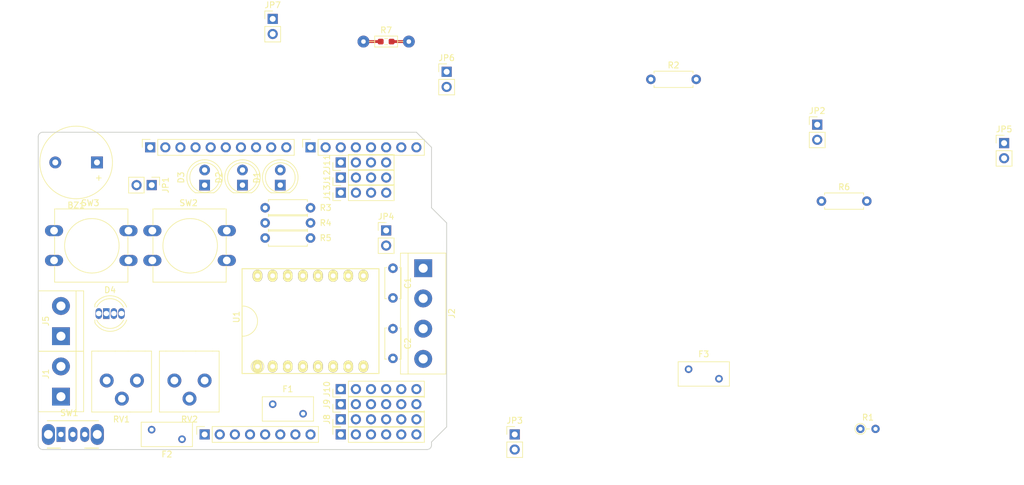
<source format=kicad_pcb>
(kicad_pcb (version 20211014) (generator pcbnew)
  (title_block (date "mar. 31 mars 2015"))
  (layers (0 "F.Cu" signal) (31 "B.Cu" signal) (34 "B.Paste" user) (35 "F.Paste" user) (36 "B.SilkS" user "B.Silkscreen") (37 "F.SilkS" user "F.Silkscreen") (38 "B.Mask" user) (39 "F.Mask" user) (44 "Edge.Cuts" user))
  (net 0 "")
  (net 1 "GND")
  (net 2 "Net-(BZ1-Pad1)")
  (net 3 "+5V")
  (net 4 "/IOREF")
  (net 5 "/A0")
  (net 6 "/A1")
  (net 7 "/A2")
  (net 8 "/A3")
  (net 9 "/SDA{slash}A4")
  (net 10 "/SCL{slash}A5")
  (net 11 "/13")
  (net 12 "/12")
  (net 13 "/AREF")
  (net 14 "/8")
  (net 15 "/7")
  (net 16 "/*11")
  (net 17 "/*10")
  (net 18 "/*9")
  (net 19 "/4")
  (net 20 "/2")
  (net 21 "/*6")
  (net 22 "/*5")
  (net 23 "/TX{slash}1")
  (net 24 "/*3")
  (net 25 "/RX{slash}0")
  (net 26 "Net-(C1-Pad1)")
  (net 27 "Net-(C1-Pad2)")
  (net 28 "/~{RESET}")
  (net 29 "Net-(C2-Pad1)")
  (net 30 "Net-(C2-Pad2)")
  (net 31 "Net-(D1-Pad1)")
  (net 32 "Net-(D2-Pad1)")
  (net 33 "Net-(D3-Pad1)")
  (net 34 "/3")
  (net 35 "Net-(F1-Pad1)")
  (net 36 "Net-(F2-Pad1)")
  (net 37 "/+BAT")
  (net 38 "Net-(F3-Pad1)")
  (net 39 "+3.3V")
  (net 40 "/STUP_IN")
  (net 42 "/Vin")
  (net 43 "Net-(JP2-Pad1)")
  (net 44 "Net-(JP3-Pad1)")
  (net 45 "Net-(D4-Pad4)")
  (net 46 "Net-(JP5-Pad1)")
  (net 47 "Net-(JP6-Pad1)")
  (net 48 "Net-(JP7-Pad1)")
  (footprint "Connector_PinSocket_2.54mm:PinSocket_1x08_P2.54mm_Vertical" (layer "F.Cu") (at 127.94 97.46 90)
    (fp_text reference "J4" hide)
    (fp_text value "Power")
    (fp_line (start -1.33 19.11) (end 1.33 19.11) (layer "F.SilkS") (width 0.12))
    (fp_line (start 1.33 1.27) (end 1.33 19.11) (layer "F.SilkS") (width 0.12))
    (fp_line (start -1.33 1.27) (end 1.33 1.27) (layer "F.SilkS") (width 0.12))
    (fp_line (start 0 -1.33) (end 1.33 -1.33) (layer "F.SilkS") (width 0.12))
    (fp_line (start 1.33 -1.33) (end 1.33 0) (layer "F.SilkS") (width 0.12))
    (fp_line (start -1.33 1.27) (end -1.33 19.11) (layer "F.SilkS") (width 0.12))
    (pad "1" thru_hole rect locked (at 0 0 90) (size 1.7 1.7) (drill 1) (layers *.Cu *.Mask))
    (pad "2" thru_hole oval locked (at 0 2.54 90) (size 1.7 1.7) (drill 1) (layers *.Cu *.Mask) (net 4 "/IOREF"))
    (pad "3" thru_hole oval locked (at 0 5.08 90) (size 1.7 1.7) (drill 1) (layers *.Cu *.Mask) (net 28 "/~{RESET}"))
    (pad "4" thru_hole oval locked (at 0 7.62 90) (size 1.7 1.7) (drill 1) (layers *.Cu *.Mask) (net 38 "Net-(F3-Pad1)"))
    (pad "5" thru_hole oval locked (at 0 10.16 90) (size 1.7 1.7) (drill 1) (layers *.Cu *.Mask) (net 35 "Net-(F1-Pad1)"))
    (pad "6" thru_hole oval locked (at 0 12.7 90) (size 1.7 1.7) (drill 1) (layers *.Cu *.Mask) (net 1 "GND"))
    (pad "7" thru_hole oval locked (at 0 15.24 90) (size 1.7 1.7) (drill 1) (layers *.Cu *.Mask) (net 1 "GND"))
    (pad "8" thru_hole oval locked (at 0 17.78 90) (size 1.7 1.7) (drill 1) (layers *.Cu *.Mask) (net 42 "/Vin"))
  )
  (footprint "Connector_PinSocket_2.54mm:PinSocket_1x06_P2.54mm_Vertical" (layer "F.Cu") (at 150.8 97.46 90)
    (fp_text reference "J6" hide)
    (fp_text value "Analog")
    (fp_line (start 1.33 1.27) (end 1.33 14.03) (layer "F.SilkS") (width 0.12))
    (fp_line (start 0 -1.33) (end 1.33 -1.33) (layer "F.SilkS") (width 0.12))
    (fp_line (start -1.33 1.27) (end 1.33 1.27) (layer "F.SilkS") (width 0.12))
    (fp_line (start -1.33 1.27) (end -1.33 14.03) (layer "F.SilkS") (width 0.12))
    (fp_line (start -1.33 14.03) (end 1.33 14.03) (layer "F.SilkS") (width 0.12))
    (fp_line (start 1.33 -1.33) (end 1.33 0) (layer "F.SilkS") (width 0.12))
    (pad "1" thru_hole rect locked (at 0 0 90) (size 1.7 1.7) (drill 1) (layers *.Cu *.Mask) (net 5 "/A0"))
    (pad "2" thru_hole oval locked (at 0 2.54 90) (size 1.7 1.7) (drill 1) (layers *.Cu *.Mask) (net 6 "/A1"))
    (pad "3" thru_hole oval locked (at 0 5.08 90) (size 1.7 1.7) (drill 1) (layers *.Cu *.Mask) (net 7 "/A2"))
    (pad "4" thru_hole oval locked (at 0 7.62 90) (size 1.7 1.7) (drill 1) (layers *.Cu *.Mask) (net 8 "/A3"))
    (pad "5" thru_hole oval locked (at 0 10.16 90) (size 1.7 1.7) (drill 1) (layers *.Cu *.Mask) (net 9 "/SDA{slash}A4"))
    (pad "6" thru_hole oval locked (at 0 12.7 90) (size 1.7 1.7) (drill 1) (layers *.Cu *.Mask) (net 10 "/SCL{slash}A5"))
  )
  (footprint "Connector_PinSocket_2.54mm:PinSocket_1x10_P2.54mm_Vertical" (layer "F.Cu") (at 118.796 49.2 90)
    (fp_text reference "J3" hide)
    (fp_text value "Digital/PWM")
    (fp_line (start -1.33 24.19) (end 1.33 24.19) (layer "F.SilkS") (width 0.12))
    (fp_line (start -1.33 1.27) (end -1.33 24.19) (layer "F.SilkS") (width 0.12))
    (fp_line (start 1.33 -1.33) (end 1.33 0) (layer "F.SilkS") (width 0.12))
    (fp_line (start 0 -1.33) (end 1.33 -1.33) (layer "F.SilkS") (width 0.12))
    (fp_line (start 1.33 1.27) (end 1.33 24.19) (layer "F.SilkS") (width 0.12))
    (fp_line (start -1.33 1.27) (end 1.33 1.27) (layer "F.SilkS") (width 0.12))
    (pad "1" thru_hole rect locked (at 0 0 90) (size 1.7 1.7) (drill 1) (layers *.Cu *.Mask) (net 10 "/SCL{slash}A5"))
    (pad "2" thru_hole oval locked (at 0 2.54 90) (size 1.7 1.7) (drill 1) (layers *.Cu *.Mask) (net 9 "/SDA{slash}A4"))
    (pad "3" thru_hole oval locked (at 0 5.08 90) (size 1.7 1.7) (drill 1) (layers *.Cu *.Mask) (net 13 "/AREF"))
    (pad "4" thru_hole oval locked (at 0 7.62 90) (size 1.7 1.7) (drill 1) (layers *.Cu *.Mask) (net 1 "GND"))
    (pad "5" thru_hole oval locked (at 0 10.16 90) (size 1.7 1.7) (drill 1) (layers *.Cu *.Mask) (net 11 "/13"))
    (pad "6" thru_hole oval locked (at 0 12.7 90) (size 1.7 1.7) (drill 1) (layers *.Cu *.Mask) (net 12 "/12"))
    (pad "7" thru_hole oval locked (at 0 15.24 90) (size 1.7 1.7) (drill 1) (layers *.Cu *.Mask) (net 16 "/*11"))
    (pad "8" thru_hole oval locked (at 0 17.78 90) (size 1.7 1.7) (drill 1) (layers *.Cu *.Mask) (net 17 "/*10"))
    (pad "9" thru_hole oval locked (at 0 20.32 90) (size 1.7 1.7) (drill 1) (layers *.Cu *.Mask) (net 18 "/*9"))
    (pad "10" thru_hole oval locked (at 0 22.86 90) (size 1.7 1.7) (drill 1) (layers *.Cu *.Mask) (net 14 "/8"))
  )
  (footprint "Connector_PinSocket_2.54mm:PinSocket_1x08_P2.54mm_Vertical" (layer "F.Cu") (at 145.72 49.2 90)
    (fp_text reference "J7" hide)
    (fp_text value "Digital/PWM")
    (fp_line (start -1.33 19.11) (end 1.33 19.11) (layer "F.SilkS") (width 0.12))
    (fp_line (start -1.33 1.27) (end -1.33 19.11) (layer "F.SilkS") (width 0.12))
    (fp_line (start 0 -1.33) (end 1.33 -1.33) (layer "F.SilkS") (width 0.12))
    (fp_line (start -1.33 1.27) (end 1.33 1.27) (layer "F.SilkS") (width 0.12))
    (fp_line (start 1.33 -1.33) (end 1.33 0) (layer "F.SilkS") (width 0.12))
    (fp_line (start 1.33 1.27) (end 1.33 19.11) (layer "F.SilkS") (width 0.12))
    (pad "1" thru_hole rect locked (at 0 0 90) (size 1.7 1.7) (drill 1) (layers *.Cu *.Mask) (net 15 "/7"))
    (pad "2" thru_hole oval locked (at 0 2.54 90) (size 1.7 1.7) (drill 1) (layers *.Cu *.Mask) (net 21 "/*6"))
    (pad "3" thru_hole oval locked (at 0 5.08 90) (size 1.7 1.7) (drill 1) (layers *.Cu *.Mask) (net 22 "/*5"))
    (pad "4" thru_hole oval locked (at 0 7.62 90) (size 1.7 1.7) (drill 1) (layers *.Cu *.Mask) (net 19 "/4"))
    (pad "5" thru_hole oval locked (at 0 10.16 90) (size 1.7 1.7) (drill 1) (layers *.Cu *.Mask) (net 24 "/*3"))
    (pad "6" thru_hole oval locked (at 0 12.7 90) (size 1.7 1.7) (drill 1) (layers *.Cu *.Mask) (net 20 "/2"))
    (pad "7" thru_hole oval locked (at 0 15.24 90) (size 1.7 1.7) (drill 1) (layers *.Cu *.Mask) (net 23 "/TX{slash}1"))
    (pad "8" thru_hole oval locked (at 0 17.78 90) (size 1.7 1.7) (drill 1) (layers *.Cu *.Mask) (net 25 "/RX{slash}0"))
  )
  (footprint "Resistor_THT:R_Axial_DIN0207_L6.3mm_D2.5mm_P7.62mm_Horizontal" (layer "F.Cu") (at 202.87 37.77)
    (fp_text reference "R2" (at 3.81 -2.37) (layer "F.SilkS"))
    (fp_text value "R")
    (fp_line (start 0.54 -1.04) (end 0.54 -1.37) (layer "F.SilkS") (width 0.12))
    (fp_line (start 7.08 -1.37) (end 7.08 -1.04) (layer "F.SilkS") (width 0.12))
    (fp_line (start 0.54 1.37) (end 7.08 1.37) (layer "F.SilkS") (width 0.12))
    (fp_line (start 0.54 1.04) (end 0.54 1.37) (layer "F.SilkS") (width 0.12))
    (fp_line (start 0.54 -1.37) (end 7.08 -1.37) (layer "F.SilkS") (width 0.12))
    (fp_line (start 7.08 1.37) (end 7.08 1.04) (layer "F.SilkS") (width 0.12))
    (pad "1" thru_hole circle (at 0 0) (size 1.6 1.6) (drill 0.8) (layers *.Cu *.Mask) (net 43 "Net-(JP2-Pad1)"))
    (pad "2" thru_hole oval (at 7.62 0) (size 1.6 1.6) (drill 0.8) (layers *.Cu *.Mask) (net 1 "GND"))
  )
  (footprint "Connector_PinHeader_2.54mm:PinHeader_1x06_P2.54mm_Vertical" (layer "F.Cu") (at 150.8 89.84 90)
    (fp_text reference "J10" (at 0 -2.33 90) (layer "F.SilkS"))
    (fp_text value "Anlg. GND")
    (fp_line (start -1.33 0) (end -1.33 -1.33) (layer "F.SilkS") (width 0.12))
    (fp_line (start -1.33 1.27) (end -1.33 14.03) (layer "F.SilkS") (width 0.12))
    (fp_line (start -1.33 1.27) (end 1.33 1.27) (layer "F.SilkS") (width 0.12))
    (fp_line (start -1.33 -1.33) (end 0 -1.33) (layer "F.SilkS") (width 0.12))
    (fp_line (start -1.33 14.03) (end 1.33 14.03) (layer "F.SilkS") (width 0.12))
    (fp_line (start 1.33 1.27) (end 1.33 14.03) (layer "F.SilkS") (width 0.12))
    (pad "1" thru_hole rect (at 0 0 90) (size 1.7 1.7) (drill 1) (layers *.Cu *.Mask) (net 1 "GND"))
    (pad "2" thru_hole oval (at 0 2.54 90) (size 1.7 1.7) (drill 1) (layers *.Cu *.Mask) (net 1 "GND"))
    (pad "3" thru_hole oval (at 0 5.08 90) (size 1.7 1.7) (drill 1) (layers *.Cu *.Mask) (net 1 "GND"))
    (pad "4" thru_hole oval (at 0 7.62 90) (size 1.7 1.7) (drill 1) (layers *.Cu *.Mask) (net 1 "GND"))
    (pad "5" thru_hole oval (at 0 10.16 90) (size 1.7 1.7) (drill 1) (layers *.Cu *.Mask) (net 1 "GND"))
    (pad "6" thru_hole oval (at 0 12.7 90) (size 1.7 1.7) (drill 1) (layers *.Cu *.Mask) (net 1 "GND"))
  )
  (footprint "Fuse:Fuse_BelFuse_0ZRE0005FF_L8.3mm_W3.8mm" (layer "F.Cu") (at 139.37 92.38)
    (fp_text reference "F1" (at 2.54 -2.54) (layer "F.SilkS"))
    (fp_text value "Polyfuse")
    (fp_line (start 6.85 -1.25) (end 6.85 2.85) (layer "F.SilkS") (width 0.12))
    (fp_line (start -1.75 -1.25) (end -1.75 2.85) (layer "F.SilkS") (width 0.12))
    (fp_line (start -1.75 -1.25) (end 6.85 -1.25) (layer "F.SilkS") (width 0.12))
    (fp_line (start -1.75 2.85) (end 6.85 2.85) (layer "F.SilkS") (width 0.12))
    (pad "1" thru_hole circle (at 0 0) (size 1.27 1.27) (drill 0.71) (layers *.Cu *.Mask) (net 35 "Net-(F1-Pad1)"))
    (pad "2" thru_hole circle (at 5.1 1.6) (size 1.27 1.27) (drill 0.71) (layers *.Cu *.Mask) (net 3 "+5V"))
  )
  (footprint "Connector_PinHeader_2.54mm:PinHeader_1x04_P2.54mm_Vertical" (layer "F.Cu") (at 150.8 51.74 90)
    (fp_text reference "J11" (at 0 -2.33 90) (layer "F.SilkS"))
    (fp_text value "Digital")
    (fp_line (start -1.33 1.27) (end -1.33 8.95) (layer "F.SilkS") (width 0.12))
    (fp_line (start -1.33 8.95) (end 1.33 8.95) (layer "F.SilkS") (width 0.12))
    (fp_line (start 1.33 1.27) (end 1.33 8.95) (layer "F.SilkS") (width 0.12))
    (fp_line (start -1.33 -1.33) (end 0 -1.33) (layer "F.SilkS") (width 0.12))
    (fp_line (start -1.33 1.27) (end 1.33 1.27) (layer "F.SilkS") (width 0.12))
    (fp_line (start -1.33 0) (end -1.33 -1.33) (layer "F.SilkS") (width 0.12))
    (pad "1" thru_hole rect (at 0 0 90) (size 1.7 1.7) (drill 1) (layers *.Cu *.Mask) (net 22 "/*5"))
    (pad "2" thru_hole oval (at 0 2.54 90) (size 1.7 1.7) (drill 1) (layers *.Cu *.Mask) (net 19 "/4"))
    (pad "3" thru_hole oval (at 0 5.08 90) (size 1.7 1.7) (drill 1) (layers *.Cu *.Mask) (net 24 "/*3"))
    (pad "4" thru_hole oval (at 0 7.62 90) (size 1.7 1.7) (drill 1) (layers *.Cu *.Mask) (net 20 "/2"))
  )
  (footprint "bl_kicad:NEOPIXEL_THT_D5.0mm-4_(OGVI)" (layer "F.Cu") (at 110.16 77.14)
    (fp_text reference "D4" (at 1.905 -3.96) (layer "F.SilkS"))
    (fp_text value "NeoPixel_THT")
    (fp_line (start -0.655 -1.545) (end -0.655 -1.08) (layer "F.SilkS") (width 0.12))
    (fp_line (start -0.655 1.08) (end -0.655 1.545) (layer "F.SilkS") (width 0.12))
    (fp_arc (start -0.655 -1.54483) (mid 2.163456 -2.978809) (end 4.692815 -1.080827) (layer "F.SilkS") (width 0.12))
    (fp_arc (start 4.159479 1.080429) (mid 1.904762 2.5) (end -0.349684 1.08) (layer "F.SilkS") (width 0.12))
    (fp_arc (start 4.692815 1.080827) (mid 2.163456 2.978808) (end -0.655 1.54483) (layer "F.SilkS") (width 0.12))
    (fp_arc (start -0.349684 -1.08) (mid 1.904762 -2.5) (end 4.159479 -1.080429) (layer "F.SilkS") (width 0.12))
    (pad "1" thru_hole oval (at 0 0) (size 1.07 1.8) (drill 0.9) (layers *.Cu *.Mask))
    (pad "2" thru_hole rect (at 1.27 0) (size 1.07 1.8) (drill 0.9) (layers *.Cu *.Mask) (net 1 "GND"))
    (pad "3" thru_hole oval (at 2.54 0) (size 1.07 1.8) (drill 0.9) (layers *.Cu *.Mask) (net 3 "+5V"))
    (pad "4" thru_hole oval (at 3.81 0) (size 1.07 1.8) (drill 0.9) (layers *.Cu *.Mask) (net 45 "Net-(D4-Pad4)"))
  )
  (footprint "Button_Switch_THT:SW_PUSH-12mm" (layer "F.Cu") (at 119.16 63.21)
    (fp_text reference "SW2" (at 6.08 -4.66) (layer "F.SilkS"))
    (fp_text value "BUTTON_B")
    (fp_line (start 0.1 4.07) (end 0.1 0.93) (layer "F.SilkS") (width 0.12))
    (fp_line (start 12.4 5.93) (end 12.4 8.65) (layer "F.SilkS") (width 0.12))
    (fp_line (start 0.1 8.65) (end 0.1 5.93) (layer "F.SilkS") (width 0.12))
    (fp_line (start 12.4 -3.65) (end 12.4 -0.93) (layer "F.SilkS") (width 0.12))
    (fp_line (start 0.1 -0.93) (end 0.1 -3.65) (layer "F.SilkS") (width 0.12))
    (fp_line (start 0.1 -3.65) (end 12.4 -3.65) (layer "F.SilkS") (width 0.12))
    (fp_line (start 12.4 8.65) (end 0.1 8.65) (layer "F.SilkS") (width 0.12))
    (fp_line (start 12.4 0.93) (end 12.4 4.07) (layer "F.SilkS") (width 0.12))
    (fp_circle (center 6.35 2.54) (end 10.16 5.08) (layer "F.SilkS") (width 0.12) (fill none))
    (pad "1" thru_hole oval (at 0 0) (size 3.048 1.85) (drill 1.3) (layers *.Cu *.Mask) (net 47 "Net-(JP6-Pad1)"))
    (pad "1" thru_hole oval (at 12.5 0) (size 3.048 1.85) (drill 1.3) (layers *.Cu *.Mask) (net 47 "Net-(JP6-Pad1)"))
    (pad "2" thru_hole oval (at 0 5) (size 3.048 1.85) (drill 1.3) (layers *.Cu *.Mask) (net 3 "+5V"))
    (pad "2" thru_hole oval (at 12.5 5) (size 3.048 1.85) (drill 1.3) (layers *.Cu *.Mask) (net 3 "+5V"))
  )
  (footprint "bl_kicad:POT_SmallBlueArrow" (layer "F.Cu") (at 122.86 83.57 -90)
    (fp_text reference "RV2" (at 11.35 -2.54) (layer "F.SilkS"))
    (fp_text value "Pot_B")
    (fp_line (start -0.12 1.425) (end -0.12 2.52) (layer "F.SilkS") (width 0.12))
    (fp_line (start -0.12 -7.521) (end 10.12 -7.521) (layer "F.SilkS") (width 0.12))
    (fp_line (start -0.12 -7.521) (end -0.12 -6.426) (layer "F.SilkS") (width 0.12))
    (fp_line (start 10.12 -1.075) (end 10.12 2.52) (layer "F.SilkS") (width 0.12))
    (fp_line (start -0.12 -3.574) (end -0.12 -1.425) (layer "F.SilkS") (width 0.12))
    (fp_line (start 10.12 -3.925) (end 10.12 -1.075) (layer "F.SilkS") (width 0.12))
    (fp_line (start 10.12 -7.521) (end 10.12 -3.925) (layer "F.SilkS") (width 0.12))
    (fp_line (start -0.12 2.52) (end 10.12 2.52) (layer "F.SilkS") (width 0.12))
    (fp_line (start -0.12 -6.426) (end -0.12 -3.574) (layer "F.SilkS") (width 0.12))
    (fp_line (start -0.12 -1.425) (end -0.12 1.425) (layer "F.SilkS") (width 0.12))
    (pad "1" thru_hole circle (at 4.826 0 270) (size 2.34 2.34) (drill 1.3) (layers *.Cu *.Mask) (net 3 "+5V"))
    (pad "2" thru_hole circle (at 7.874 -2.54 270) (size 2.34 2.34) (drill 1.3) (layers *.Cu *.Mask) (net 46 "Net-(JP5-Pad1)"))
    (pad "3" thru_hole circle (at 4.826 -5.08 270) (size 2.34 2.34) (drill 1.3) (layers *.Cu *.Mask) (net 1 "GND"))
  )
  (footprint "LED_THT:LED_D5.0mm" (layer "F.Cu") (at 134.29 55.55 90)
    (fp_text reference "D2" (at 1.27 -3.96 90) (layer "F.SilkS"))
    (fp_text value "Yellow")
    (fp_line (start -1.29 -1.545) (end -1.29 1.545) (layer "F.SilkS") (width 0.12))
    (fp_arc (start -1.29 -1.54483) (mid 2.072002 -2.880433) (end 4.26 0.000462) (layer "F.SilkS") (width 0.12))
    (fp_arc (start 4.26 -0.000462) (mid 2.072002 2.880433) (end -1.29 1.54483) (layer "F.SilkS") (width 0.12))
    (fp_circle (center 1.27 0) (end 3.77 0) (layer "F.SilkS") (width 0.12) (fill none))
    (pad "1" thru_hole rect (at 0 0 90) (size 1.8 1.8) (drill 0.9) (layers *.Cu *.Mask) (net 32 "Net-(D2-Pad1)"))
    (pad "2" thru_hole circle (at 2.54 0 90) (size 1.8 1.8) (drill 0.9) (layers *.Cu *.Mask) (net 19 "/4"))
  )
  (footprint "Connector_PinHeader_2.54mm:PinHeader_1x02_P2.54mm_Vertical" (layer "F.Cu") (at 139.37 27.61)
    (fp_text reference "JP7" (at 0 -2.33) (layer "F.SilkS"))
    (fp_text value "Jump_D11")
    (fp_line (start 1.33 1.27) (end 1.33 3.87) (layer "F.SilkS") (width 0.12))
    (fp_line (start -1.33 1.27) (end 1.33 1.27) (layer "F.SilkS") (width 0.12))
    (fp_line (start -1.33 1.27) (end -1.33 3.87) (layer "F.SilkS") (width 0.12))
    (fp_line (start -1.33 0) (end -1.33 -1.33) (layer "F.SilkS") (width 0.12))
    (fp_line (start -1.33 3.87) (end 1.33 3.87) (layer "F.SilkS") (width 0.12))
    (fp_line (start -1.33 -1.33) (end 0 -1.33) (layer "F.SilkS") (width 0.12))
    (pad "1" thru_hole rect (at 0 0) (size 1.7 1.7) (drill 1) (layers *.Cu *.Mask) (net 48 "Net-(JP7-Pad1)"))
    (pad "2" thru_hole oval (at 0 2.54) (size 1.7 1.7) (drill 1) (layers *.Cu *.Mask) (net 16 "/*11"))
  )
  (footprint "LED_THT:LED_D5.0mm" (layer "F.Cu") (at 127.94 55.55 90)
    (fp_text reference "D3" (at 1.27 -3.96 90) (layer "F.SilkS"))
    (fp_text value "Green")
    (fp_line (start -1.29 -1.545) (end -1.29 1.545) (layer "F.SilkS") (width 0.12))
    (fp_arc (start -1.29 -1.54483) (mid 2.072002 -2.880433) (end 4.26 0.000462) (layer "F.SilkS") (width 0.12))
    (fp_arc (start 4.26 -0.000462) (mid 2.072002 2.880433) (end -1.29 1.54483) (layer "F.SilkS") (width 0.12))
    (fp_circle (center 1.27 0) (end 3.77 0) (layer "F.SilkS") (width 0.12) (fill none))
    (pad "1" thru_hole rect (at 0 0 90) (size 1.8 1.8) (drill 0.9) (layers *.Cu *.Mask) (net 33 "Net-(D3-Pad1)"))
    (pad "2" thru_hole circle (at 2.54 0 90) (size 1.8 1.8) (drill 0.9) (layers *.Cu *.Mask) (net 34 "/3"))
  )
  (footprint "Connector_PinHeader_2.54mm:PinHeader_1x02_P2.54mm_Vertical" (layer "F.Cu") (at 230.81 45.39)
    (fp_text reference "JP2" (at 0 -2.33) (layer "F.SilkS"))
    (fp_text value "Jump_A0")
    (fp_line (start -1.33 1.27) (end -1.33 3.87) (layer "F.SilkS") (width 0.12))
    (fp_line (start -1.33 0) (end -1.33 -1.33) (layer "F.SilkS") (width 0.12))
    (fp_line (start -1.33 3.87) (end 1.33 3.87) (layer "F.SilkS") (width 0.12))
    (fp_line (start -1.33 1.27) (end 1.33 1.27) (layer "F.SilkS") (width 0.12))
    (fp_line (start 1.33 1.27) (end 1.33 3.87) (layer "F.SilkS") (width 0.12))
    (fp_line (start -1.33 -1.33) (end 0 -1.33) (layer "F.SilkS") (width 0.12))
    (pad "1" thru_hole rect (at 0 0) (size 1.7 1.7) (drill 1) (layers *.Cu *.Mask) (net 43 "Net-(JP2-Pad1)"))
    (pad "2" thru_hole oval (at 0 2.54) (size 1.7 1.7) (drill 1) (layers *.Cu *.Mask) (net 5 "/A0"))
  )
  (footprint "Connector_PinHeader_2.54mm:PinHeader_1x04_P2.54mm_Vertical" (layer "F.Cu") (at 150.81 56.82 90)
    (fp_text reference "J13" (at 0 -2.33 90) (layer "F.SilkS"))
    (fp_text value "Dig. GND")
    (fp_line (start -1.33 8.95) (end 1.33 8.95) (layer "F.SilkS") (width 0.12))
    (fp_line (start -1.33 1.27) (end 1.33 1.27) (layer "F.SilkS") (width 0.12))
    (fp_line (start -1.33 0) (end -1.33 -1.33) (layer "F.SilkS") (width 0.12))
    (fp_line (start -1.33 1.27) (end -1.33 8.95) (layer "F.SilkS") (width 0.12))
    (fp_line (start 1.33 1.27) (end 1.33 8.95) (layer "F.SilkS") (width 0.12))
    (fp_line (start -1.33 -1.33) (end 0 -1.33) (layer "F.SilkS") (width 0.12))
    (pad "1" thru_hole rect (at 0 0 90) (size 1.7 1.7) (drill 1) (layers *.Cu *.Mask) (net 1 "GND"))
    (pad "2" thru_hole oval (at 0 2.54 90) (size 1.7 1.7) (drill 1) (layers *.Cu *.Mask) (net 1 "GND"))
    (pad "3" thru_hole oval (at 0 5.08 90) (size 1.7 1.7) (drill 1) (layers *.Cu *.Mask) (net 1 "GND"))
    (pad "4" thru_hole oval (at 0 7.62 90) (size 1.7 1.7) (drill 1) (layers *.Cu *.Mask) (net 1 "GND"))
  )
  (footprint "Connector_PinHeader_2.54mm:PinHeader_1x04_P2.54mm_Vertical" (layer "F.Cu") (at 150.81 54.28 90)
    (fp_text reference "J12" (at 0 -2.33 90) (layer "F.SilkS"))
    (fp_text value "Dig. Pwr.")
    (fp_line (start -1.33 1.27) (end 1.33 1.27) (layer "F.SilkS") (width 0.12))
    (fp_line (start -1.33 1.27) (end -1.33 8.95) (layer "F.SilkS") (width 0.12))
    (fp_line (start -1.33 -1.33) (end 0 -1.33) (layer "F.SilkS") (width 0.12))
    (fp_line (start -1.33 0) (end -1.33 -1.33) (layer "F.SilkS") (width 0.12))
    (fp_line (start -1.33 8.95) (end 1.33 8.95) (layer "F.SilkS") (width 0.12))
    (fp_line (start 1.33 1.27) (end 1.33 8.95) (layer "F.SilkS") (width 0.12))
    (pad "1" thru_hole rect (at 0 0 90) (size 1.7 1.7) (drill 1) (layers *.Cu *.Mask) (net 3 "+5V"))
    (pad "2" thru_hole oval (at 0 2.54 90) (size 1.7 1.7) (drill 1) (layers *.Cu *.Mask) (net 3 "+5V"))
    (pad "3" thru_hole oval (at 0 5.08 90) (size 1.7 1.7) (drill 1) (layers *.Cu *.Mask) (net 3 "+5V"))
    (pad "4" thru_hole oval (at 0 7.62 90) (size 1.7 1.7) (drill 1) (layers *.Cu *.Mask) (net 3 "+5V"))
  )
  (footprint "Button_Switch_THT:SW_PUSH-12mm" (layer "F.Cu") (at 102.65 63.21)
    (fp_text reference "SW3" (at 6.08 -4.66) (layer "F.SilkS"))
    (fp_text value "BUTTON_A")
    (fp_line (start 12.4 -3.65) (end 12.4 -0.93) (layer "F.SilkS") (width 0.12))
    (fp_line (start 0.1 4.07) (end 0.1 0.93) (layer "F.SilkS") (width 0.12))
    (fp_line (start 12.4 8.65) (end 0.1 8.65) (layer "F.SilkS") (width 0.12))
    (fp_line (start 0.1 8.65) (end 0.1 5.93) (layer "F.SilkS") (width 0.12))
    (fp_line (start 12.4 5.93) (end 12.4 8.65) (layer "F.SilkS") (width 0.12))
    (fp_line (start 0.1 -3.65) (end 12.4 -3.65) (layer "F.SilkS") (width 0.12))
    (fp_line (start 0.1 -0.93) (end 0.1 -3.65) (layer "F.SilkS") (width 0.12))
    (fp_line (start 12.4 0.93) (end 12.4 4.07) (layer "F.SilkS") (width 0.12))
    (fp_circle (center 6.35 2.54) (end 10.16 5.08) (layer "F.SilkS") (width 0.12) (fill none))
    (pad "1" thru_hole oval (at 12.5 0) (size 3.048 1.85) (drill 1.3) (layers *.Cu *.Mask) (net 48 "Net-(JP7-Pad1)"))
    (pad "1" thru_hole oval (at 0 0) (size 3.048 1.85) (drill 1.3) (layers *.Cu *.Mask) (net 48 "Net-(JP7-Pad1)"))
    (pad "2" thru_hole oval (at 12.5 5) (size 3.048 1.85) (drill 1.3) (layers *.Cu *.Mask) (net 3 "+5V"))
    (pad "2" thru_hole oval (at 0 5) (size 3.048 1.85) (drill 1.3) (layers *.Cu *.Mask) (net 3 "+5V"))
  )
  (footprint "LED_THT:LED_D5.0mm" (layer "F.Cu") (at 140.64 55.55 90)
    (fp_text reference "D1" (at 1.27 -3.96 90) (layer "F.SilkS"))
    (fp_text value "Red")
    (fp_line (start -1.29 -1.545) (end -1.29 1.545) (layer "F.SilkS") (width 0.12))
    (fp_arc (start -1.29 -1.54483) (mid 2.072002 -2.880433) (end 4.26 0.000462) (layer "F.SilkS") (width 0.12))
    (fp_arc (start 4.26 -0.000462) (mid 2.072002 2.880433) (end -1.29 1.54483) (layer "F.SilkS") (width 0.12))
    (fp_circle (center 1.27 0) (end 3.77 0) (layer "F.SilkS") (width 0.12) (fill none))
    (pad "1" thru_hole rect (at 0 0 90) (size 1.8 1.8) (drill 0.9) (layers *.Cu *.Mask) (net 31 "Net-(D1-Pad1)"))
    (pad "2" thru_hole circle (at 2.54 0 90) (size 1.8 1.8) (drill 0.9) (layers *.Cu *.Mask) (net 22 "/*5"))
  )
  (footprint "Connector_PinHeader_2.54mm:PinHeader_1x02_P2.54mm_Vertical" (layer "F.Cu") (at 168.58 36.5)
    (fp_text reference "JP6" (at 0 -2.33) (layer "F.SilkS"))
    (fp_text value "Jump_D12")
    (fp_line (start 1.33 1.27) (end 1.33 3.87) (layer "F.SilkS") (width 0.12))
    (fp_line (start -1.33 1.27) (end 1.33 1.27) (layer "F.SilkS") (width 0.12))
    (fp_line (start -1.33 3.87) (end 1.33 3.87) (layer "F.SilkS") (width 0.12))
    (fp_line (start -1.33 1.27) (end -1.33 3.87) (layer "F.SilkS") (width 0.12))
    (fp_line (start -1.33 -1.33) (end 0 -1.33) (layer "F.SilkS") (width 0.12))
    (fp_line (start -1.33 0) (end -1.33 -1.33) (layer "F.SilkS") (width 0.12))
    (pad "1" thru_hole rect (at 0 0) (size 1.7 1.7) (drill 1) (layers *.Cu *.Mask) (net 47 "Net-(JP6-Pad1)"))
    (pad "2" thru_hole oval (at 0 2.54) (size 1.7 1.7) (drill 1) (layers *.Cu *.Mask) (net 12 "/12"))
  )
  (footprint "Capacitor_THT:C_Disc_D5.0mm_W2.5mm_P5.00mm" (layer "F.Cu") (at 159.563 69.52 -90)
    (fp_text reference "C1" (at 2.5 -2.5 90) (layer "F.SilkS"))
    (fp_text value "C")
    (fp_line (start 5.12 1.055) (end 5.12 1.37) (layer "F.SilkS") (width 0.12))
    (fp_line (start 5.12 -1.37) (end 5.12 -1.055) (layer "F.SilkS") (width 0.12))
    (fp_line (start -0.12 1.37) (end 5.12 1.37) (layer "F.SilkS") (width 0.12))
    (fp_line (start -0.12 1.055) (end -0.12 1.37) (layer "F.SilkS") (width 0.12))
    (fp_line (start -0.12 -1.37) (end -0.12 -1.055) (layer "F.SilkS") (width 0.12))
    (fp_line (start -0.12 -1.37) (end 5.12 -1.37) (layer "F.SilkS") (width 0.12))
    (pad "1" thru_hole circle (at 0 0 270) (size 1.6 1.6) (drill 0.8) (layers *.Cu *.Mask) (net 26 "Net-(C1-Pad1)"))
    (pad "2" thru_hole circle (at 5 0 270) (size 1.6 1.6) (drill 0.8) (layers *.Cu *.Mask) (net 27 "Net-(C1-Pad2)"))
  )
  (footprint "Capacitor_THT:C_Disc_D5.0mm_W2.5mm_P5.00mm" (layer "F.Cu") (at 159.563 79.68 -90)
    (fp_text reference "C2" (at 2.5 -2.5 90) (layer "F.SilkS"))
    (fp_text value "C")
    (fp_line (start -0.12 -1.37) (end 5.12 -1.37) (layer "F.SilkS") (width 0.12))
    (fp_line (start -0.12 -1.37) (end -0.12 -1.055) (layer "F.SilkS") (width 0.12))
    (fp_line (start -0.12 1.37) (end 5.12 1.37) (layer "F.SilkS") (width 0.12))
    (fp_line (start 5.12 -1.37) (end 5.12 -1.055) (layer "F.SilkS") (width 0.12))
    (fp_line (start 5.12 1.055) (end 5.12 1.37) (layer "F.SilkS") (width 0.12))
    (fp_line (start -0.12 1.055) (end -0.12 1.37) (layer "F.SilkS") (width 0.12))
    (pad "1" thru_hole circle (at 0 0 270) (size 1.6 1.6) (drill 0.8) (layers *.Cu *.Mask) (net 29 "Net-(C2-Pad1)"))
    (pad "2" thru_hole circle (at 5 0 270) (size 1.6 1.6) (drill 0.8) (layers *.Cu *.Mask) (net 30 "Net-(C2-Pad2)"))
  )
  (footprint "TerminalBlock:TerminalBlock_bornier-2_P5.08mm" (layer "F.Cu") (at 103.81 80.95 90)
    (fp_text reference "J5" (at 2.54 -2.54 90) (layer "F.SilkS"))
    (fp_text value "STUP->PCB")
    (fp_line (start 7.62 -3.81) (end -2.54 -3.81) (layer "F.SilkS") (width 0.12))
    (fp_line (start -2.54 -3.81) (end -2.54 3.81) (layer "F.SilkS") (width 0.12))
    (fp_line (start -2.54 3.81) (end 7.62 3.81) (layer "F.SilkS") (width 0.12))
    (fp_line (start 7.62 2.54) (end -2.54 2.54) (layer "F.SilkS") (width 0.12))
    (fp_line (start 7.62 3.81) (end 7.62 -3.81) (layer "F.SilkS") (width 0.12))
    (pad "1" thru_hole rect (at 0 0 90) (size 3 3) (drill 1.52) (layers *.Cu *.Mask) (net 42 "/Vin"))
    (pad "2" thru_hole circle (at 5.08 0 90) (size 3 3) (drill 1.52) (layers *.Cu *.Mask) (net 1 "GND"))
  )
  (footprint "Arduino_MountingHole:MountingHole_3.2mm" (layer "F.Cu") (at 115.24 49.2)
    (fp_text reference "MH1" hide)
    (fp_text value "MountingHole_3.2mm" hide)
    (pad "" np_thru_hole circle locked (at 0 0) (size 3.2 3.2) (drill 3.2) (layers *.Cu *.Mask))
  )
  (footprint "bl_kicad:ResistorMIxed_THT-DIN0204_SMD-0603" (layer "F.Cu") (at 154.61 31.42)
    (fp_text reference "R7" (at 3.81 -1.92) (layer "F.SilkS"))
    (fp_text value "R")
    (fp_line (start 6.9215 0) (end 5.08 0) (layer "F.Cu") (width 0.48))
    (fp_line (start 0.762 0) (end 2.9845 0) (layer "F.Cu") (width 0.48))
    (fp_line (start 5.73 -0.92) (end 1.89 -0.92) (layer "F.SilkS") (width 0.12))
    (fp_line (start 3.555276 0.5225) (end 4.064724 0.5225) (layer "F.SilkS") (width 0.12))
    (fp_line (start 5.73 0.92) (end 5.73 -0.92) (layer "F.SilkS") (width 0.12))
    (fp_line (start 0.94 0) (end 1.89 0) (layer "F.SilkS") (width 0.12))
    (fp_line (start 1.89 -0.92) (end 1.89 0.92) (layer "F.SilkS") (width 0.12))
    (fp_line (start 3.555276 -0.5225) (end 4.064724 -0.5225) (layer "F.SilkS") (width 0.12))
    (fp_line (start 1.89 0.92) (end 5.73 0.92) (layer "F.SilkS") (width 0.12))
    (fp_line (start 6.68 0) (end 5.73 0) (layer "F.SilkS") (width 0.12))
    (pad "1" smd roundrect locked (at 2.8975 0) (size 0.975 0.95) (layers "F.Cu" "F.Paste" "F.Mask") (net 48 "Net-(JP7-Pad1)"))
    (pad "1" thru_hole circle locked (at 0 0) (size 1.99898 1.99898) (drill 0.762) (layers *.Cu *.Mask) (net 48 "Net-(JP7-Pad1)"))
    (pad "2" smd roundrect locked (at 4.7225 0) (size 0.975 0.95) (layers "F.Cu" "F.Paste" "F.Mask") (net 1 "GND"))
    (pad "2" thru_hole circle locked (at 7.62 0) (size 1.99898 1.99898) (drill 0.762) (layers *.Cu *.Mask) (net 1 "GND"))
  )
  (footprint "Resistor_THT:R_Axial_DIN0207_L6.3mm_D2.5mm_P7.62mm_Horizontal" (layer "F.Cu") (at 231.52 58.24)
    (fp_text reference "R6" (at 3.81 -2.37) (layer "F.SilkS"))
    (fp_text value "R")
    (fp_line (start 0.54 1.37) (end 7.08 1.37) (layer "F.SilkS") (width 0.12))
    (fp_line (start 0.54 1.04) (end 0.54 1.37) (layer "F.SilkS") (width 0.12))
    (fp_line (start 7.08 -1.37) (end 7.08 -1.04) (layer "F.SilkS") (width 0.12))
    (fp_line (start 7.08 1.37) (end 7.08 1.04) (layer "F.SilkS") (width 0.12))
    (fp_line (start 0.54 -1.37) (end 7.08 -1.37) (layer "F.SilkS") (width 0.12))
    (fp_line (start 0.54 -1.04) (end 0.54 -1.37) (layer "F.SilkS") (width 0.12))
    (pad "1" thru_hole circle (at 0 0) (size 1.6 1.6) (drill 0.8) (layers *.Cu *.Mask) (net 47 "Net-(JP6-Pad1)"))
    (pad "2" thru_hole oval (at 7.62 0) (size 1.6 1.6) (drill 0.8) (layers *.Cu *.Mask) (net 1 "GND"))
  )
  (footprint "Connector_PinHeader_2.54mm:PinHeader_1x02_P2.54mm_Vertical" (layer "F.Cu") (at 262.19 48.49)
    (fp_text reference "JP5" (at 0 -2.33) (layer "F.SilkS"))
    (fp_text value "Jump_A2")
    (fp_line (start 1.33 1.27) (end 1.33 3.87) (layer "F.SilkS") (width 0.12))
    (fp_line (start -1.33 3.87) (end 1.33 3.87) (layer "F.SilkS") (width 0.12))
    (fp_line (start -1.33 -1.33) (end 0 -1.33) (layer "F.SilkS") (width 0.12))
    (fp_line (start -1.33 0) (end -1.33 -1.33) (layer "F.SilkS") (width 0.12))
    (fp_line (start -1.33 1.27) (end 1.33 1.27) (layer "F.SilkS") (width 0.12))
    (fp_line (start -1.33 1.27) (end -1.33 3.87) (layer "F.SilkS") (width 0.12))
    (pad "1" thru_hole rect (at 0 0) (size 1.7 1.7) (drill 1) (layers *.Cu *.Mask) (net 46 "Net-(JP5-Pad1)"))
    (pad "2" thru_hole oval (at 0 2.54) (size 1.7 1.7) (drill 1) (layers *.Cu *.Mask) (net 7 "/A2"))
  )
  (footprint "Resistor_THT:R_Axial_DIN0207_L6.3mm_D2.5mm_P7.62mm_Horizontal" (layer "F.Cu") (at 138.1 59.36)
    (fp_text reference "R3" (at 10.16 0) (layer "F.SilkS"))
    (fp_text value "R")
    (fp_line (start 7.08 -1.37) (end 7.08 -1.04) (layer "F.SilkS") (width 0.12))
    (fp_line (start 0.54 -1.04) (end 0.54 -1.37) (layer "F.SilkS") (width 0.12))
    (fp_line (start 7.08 1.37) (end 7.08 1.04) (layer "F.SilkS") (width 0.12))
    (fp_line (start 0.54 -1.37) (end 7.08 -1.37) (layer "F.SilkS") (width 0.12))
    (fp_line (start 0.54 1.37) (end 7.08 1.37) (layer "F.SilkS") (width 0.12))
    (fp_line (start 0.54 1.04) (end 0.54 1.37) (layer "F.SilkS") (width 0.12))
    (pad "1" thru_hole circle (at 0 0) (size 1.6 1.6) (drill 0.8) (layers *.Cu *.Mask) (net 31 "Net-(D1-Pad1)"))
    (pad "2" thru_hole oval (at 7.62 0) (size 1.6 1.6) (drill 0.8) (layers *.Cu *.Mask) (net 1 "GND"))
  )
  (footprint "Resistor_THT:R_Axial_DIN0204_L3.6mm_D1.6mm_P2.54mm_Vertical" (layer "F.Cu") (at 238.06 96.53)
    (fp_text reference "R1" (at 1.27 -1.92) (layer "F.SilkS"))
    (fp_text value "R_Photo")
    (fp_line (start 0.92 0) (end 1.54 0) (layer "F.SilkS") (width 0.12))
    (fp_circle (center 0 0) (end 0.92 0) (layer "F.SilkS") (width 0.12) (fill none))
    (pad "1" thru_hole circle (at 0 0) (size 1.4 1.4) (drill 0.7) (layers *.Cu *.Mask) (net 3 "+5V"))
    (pad "2" thru_hole oval (at 2.54 0) (size 1.4 1.4) (drill 0.7) (layers *.Cu *.Mask) (net 43 "Net-(JP2-Pad1)"))
  )
  (footprint "Connector_PinHeader_2.54mm:PinHeader_1x02_P2.54mm_Vertical" (layer "F.Cu") (at 119.05 55.55 -90)
    (fp_text reference "JP1" (at 0 -2.33 90) (layer "F.SilkS"))
    (fp_text value "Jump_D13")
    (fp_line (start 1.33 1.27) (end 1.33 3.87) (layer "F.SilkS") (width 0.12))
    (fp_line (start -1.33 1.27) (end -1.33 3.87) (layer "F.SilkS") (width 0.12))
    (fp_line (start -1.33 1.27) (end 1.33 1.27) (layer "F.SilkS") (width 0.12))
    (fp_line (start -1.33 -1.33) (end 0 -1.33) (layer "F.SilkS") (width 0.12))
    (fp_line (start -1.33 3.87) (end 1.33 3.87) (layer "F.SilkS") (width 0.12))
    (fp_line (start -1.33 0) (end -1.33 -1.33) (layer "F.SilkS") (width 0.12))
    (pad "1" thru_hole rect (at 0 0 270) (size 1.7 1.7) (drill 1) (layers *.Cu *.Mask) (net 11 "/13"))
    (pad "2" thru_hole oval (at 0 2.54 270) (size 1.7 1.7) (drill 1) (layers *.Cu *.Mask) (net 2 "Net-(BZ1-Pad1)"))
  )
  (footprint "Fuse:Fuse_BelFuse_0ZRE0005FF_L8.3mm_W3.8mm" (layer "F.Cu") (at 209.21 86.5)
    (fp_text reference "F3" (at 2.54 -2.54) (layer "F.SilkS"))
    (fp_text value "Polyfuse")
    (fp_line (start -1.75 2.85) (end 6.85 2.85) (layer "F.SilkS") (width 0.12))
    (fp_line (start 6.85 -1.25) (end 6.85 2.85) (layer "F.SilkS") (width 0.12))
    (fp_line (start -1.75 -1.25) (end -1.75 2.85) (layer "F.SilkS") (width 0.12))
    (fp_line (start -1.75 -1.25) (end 6.85 -1.25) (layer "F.SilkS") (width 0.12))
    (pad "1" thru_hole circle (at 0 0) (size 1.27 1.27) (drill 0.71) (layers *.Cu *.Mask) (net 38 "Net-(F3-Pad1)"))
    (pad "2" thru_hole circle (at 5.1 1.6) (size 1.27 1.27) (drill 0.71) (layers *.Cu *.Mask) (net 39 "+3.3V"))
  )
  (footprint "Fuse:Fuse_BelFuse_0ZRE0005FF_L8.3mm_W3.8mm" (layer "F.Cu") (at 124.14 98.26 180)
    (fp_text reference "F2" (at 2.54 -2.54) (layer "F.SilkS"))
    (fp_text value "Polyfuse")
    (fp_line (start -1.75 -1.25) (end -1.75 2.85) (layer "F.SilkS") (width 0.12))
    (fp_line (start -1.75 -1.25) (end 6.85 -1.25) (layer "F.SilkS") (width 0.12))
    (fp_line (start 6.85 -1.25) (end 6.85 2.85) (layer "F.SilkS") (width 0.12))
    (fp_line (start -1.75 2.85) (end 6.85 2.85) (layer "F.SilkS") (width 0.12))
    (pad "1" thru_hole circle (at 0 0 180) (size 1.27 1.27) (drill 0.71) (layers *.Cu *.Mask) (net 36 "Net-(F2-Pad1)"))
    (pad "2" thru_hole circle (at 5.1 1.6 180) (size 1.27 1.27) (drill 0.71) (layers *.Cu *.Mask) (net 37 "/+BAT"))
  )
  (footprint "bl_kicad:POT_SmallBlueArrow" (layer "F.Cu") (at 111.495 83.57 -90)
    (fp_text reference "RV1" (at 11.35 -2.475) (layer "F.SilkS"))
    (fp_text value "Pot_A")
    (fp_line (start -0.12 -6.426) (end -0.12 -3.574) (layer "F.SilkS") (width 0.12))
    (fp_line (start -0.12 2.52) (end 10.12 2.52) (layer "F.SilkS") (width 0.12))
    (fp_line (start -0.12 -3.574) (end -0.12 -1.425) (layer "F.SilkS") (width 0.12))
    (fp_line (start 10.12 -1.075) (end 10.12 2.52) (layer "F.SilkS") (width 0.12))
    (fp_line (start 10.12 -7.521) (end 10.12 -3.925) (layer "F.SilkS") (width 0.12))
    (fp_line (start -0.12 1.425) (end -0.12 2.52) (layer "F.SilkS") (width 0.12))
    (fp_line (start -0.12 -1.425) (end -0.12 1.425) (layer "F.SilkS") (width 0.12))
    (fp_line (start -0.12 -7.521) (end -0.12 -6.426) (layer "F.SilkS") (width 0.12))
    (fp_line (start 10.12 -3.925) (end 10.12 -1.075) (layer "F.SilkS") (width 0.12))
    (fp_line (start -0.12 -7.521) (end 10.12 -7.521) (layer "F.SilkS") (width 0.12))
    (pad "1" thru_hole circle (at 4.826 0 270) (size 2.34 2.34) (drill 1.3) (layers *.Cu *.Mask) (net 3 "+5V"))
    (pad "2" thru_hole circle (at 7.874 -2.54 270) (size 2.34 2.34) (drill 1.3) (layers *.Cu *.Mask) (net 44 "Net-(JP3-Pad1)"))
    (pad "3" thru_hole circle (at 4.826 -5.08 270) (size 2.34 2.34) (drill 1.3) (layers *.Cu *.Mask) (net 1 "GND"))
  )
  (footprint "bl_kicad:Buzzer_11.45x8RM7" (layer "F.Cu") (at 110.16 51.74 180)
    (fp_text reference "BZ1" (at 3.8 -7.2) (layer "F.SilkS"))
    (fp_text value "Buzzer")
    (fp_text user "+" (at -0.01 -2.54) (layer "F.SilkS"))
    (fp_circle (center 3.8 0) (end 9.9 0) (layer "F.SilkS") (width 0.12) (fill none))
    (pad "1" thru_hole rect (at 0.3 0 180) (size 2 2) (drill 1) (layers *.Cu *.Mask) (net 2 "Net-(BZ1-Pad1)"))
    (pad "2" thru_hole circle (at 7.3 0 180) (size 2 2) (drill 1) (layers *.Cu *.Mask) (net 1 "GND"))
  )
  (footprint "Button_Switch_THT:SW_CuK_OS102011MA1QN1_SPDT_Angled" (layer "F.Cu") (at 103.81 97.46)
    (fp_text reference "SW1" (at 1.4 -3.6) (layer "F.SilkS"))
    (fp_text value "SW_SPST")
    (fp_line (start 4 2.3) (end 6.3 2.3) (layer "F.SilkS") (width 0.15))
    (fp_line (start -2.3 -2.3) (end 6.3 -2.3) (layer "F.SilkS") (width 0.15))
    (fp_line (start -2.3 2.3) (end -0.1 2.3) (layer "F.SilkS") (width 0.15))
    (pad "" thru_hole oval (at -2.1 0) (size 2.2 3.5) (drill 1.5) (layers *.Cu *.Mask))
    (pad "" thru_hole oval (at 6.1 0) (size 2.2 3.5) (drill 1.5) (layers *.Cu *.Mask))
    (pad "1" thru_hole rect (at 0 0) (size 1.5 2.5) (drill 0.9) (layers *.Cu *.Mask) (net 37 "/+BAT"))
    (pad "2" thru_hole oval (at 2 0) (size 1.5 2.5) (drill 0.9) (layers *.Cu *.Mask) (net 40 "/STUP_IN"))
    (pad "3" thru_hole oval (at 4 0) (size 1.5 2.5) (drill 0.9) (layers *.Cu *.Mask))
  )
  (footprint "TerminalBlock:TerminalBlock_bornier-4_P5.08mm" (layer "F.Cu") (at 164.643 69.52 -90)
    (fp_text reference "J2" (at 7.6 -4.8 90) (layer "F.SilkS"))
    (fp_text value "Motors Connector")
    (fp_line (start -2.54 -3.81) (end 17.78 -3.81) (layer "F.SilkS") (width 0.12))
    (fp_line (start 17.78 2.54) (end -2.54 2.54) (layer "F.SilkS") (width 0.12))
    (fp_line (start 17.78 3.81) (end 17.78 -3.81) (layer "F.SilkS") (width 0.12))
    (fp_line (start -2.54 3.81) (end 17.78 3.81) (layer "F.SilkS") (width 0.12))
    (fp_line (start -2.54 -3.81) (end -2.54 3.81) (layer "F.SilkS") (width 0.12))
    (pad "1" thru_hole rect (at 0 0 270) (size 3 3) (drill 1.52) (layers *.Cu *.Mask) (net 26 "Net-(C1-Pad1)"))
    (pad "2" thru_hole circle (at 5.08 0 270) (size 3 3) (drill 1.52) (layers *.Cu *.Mask) (net 27 "Net-(C1-Pad2)"))
    (pad "3" thru_hole circle (at 10.16 0 270) (size 3 3) (drill 1.52) (layers *.Cu *.Mask) (net 29 "Net-(C2-Pad1)"))
    (pad "4" thru_hole circle (at 15.24 0 270) (size 3 3) (drill 1.52) (layers *.Cu *.Mask) (net 30 "Net-(C2-Pad2)"))
  )
  (footprint "TerminalBlock:TerminalBlock_bornier-2_P5.08mm" (layer "F.Cu") (at 103.81 91.11 90)
    (fp_text reference "J1" (at 3.81 -2.54 90) (layer "F.SilkS"))
    (fp_text value "BATTERY -> STUP")
    (fp_line (start 7.62 -3.81) (end -2.54 -3.81) (layer "F.SilkS") (width 0.12))
    (fp_line (start -2.54 3.81) (end 7.62 3.81) (layer "F.SilkS") (width 0.12))
    (fp_line (start 7.62 3.81) (end 7.62 -3.81) (layer "F.SilkS") (width 0.12))
    (fp_line (start -2.54 -3.81) (end -2.54 3.81) (layer "F.SilkS") (width 0.12))
    (fp_line (start 7.62 2.54) (end -2.54 2.54) (layer "F.SilkS") (width 0.12))
    (pad "1" thru_hole rect (at 0 0 90) (size 3 3) (drill 1.52) (layers *.Cu *.Mask) (net 40 "/STUP_IN"))
    (pad "2" thru_hole circle (at 5.08 0 90) (size 3 3) (drill 1.52) (layers *.Cu *.Mask) (net 37 "/+BAT"))
  )
  (footprint "Arduino_MountingHole:MountingHole_3.2mm" (layer "F.Cu") (at 113.97 97.46)
    (fp_text reference "MH2" hide)
    (fp_text value "MountingHole_3.2mm" hide)
    (pad "" np_thru_hole circle locked (at 0 0) (size 3.2 3.2) (drill 3.2) (layers *.Cu *.Mask))
  )
  (footprint "Resistor_THT:R_Axial_DIN0207_L6.3mm_D2.5mm_P7.62mm_Horizontal" (layer "F.Cu") (at 138.1 61.9)
    (fp_text reference "R4" (at 10.16 0) (layer "F.SilkS"))
    (fp_text value "R")
    (fp_line (start 7.08 -1.37) (end 7.08 -1.04) (layer "F.SilkS") (width 0.12))
    (fp_line (start 0.54 -1.04) (end 0.54 -1.37) (layer "F.SilkS") (width 0.12))
    (fp_line (start 7.08 1.37) (end 7.08 1.04) (layer "F.SilkS") (width 0.12))
    (fp_line (start 0.54 1.37) (end 7.08 1.37) (layer "F.SilkS") (width 0.12))
    (fp_line (start 0.54 1.04) (end 0.54 1.37) (layer "F.SilkS") (width 0.12))
    (fp_line (start 0.54 -1.37) (end 7.08 -1.37) (layer "F.SilkS") (width 0.12))
    (pad "1" thru_hole circle (at 0 0) (size 1.6 1.6) (drill 0.8) (layers *.Cu *.Mask) (net 32 "Net-(D2-Pad1)"))
    (pad "2" thru_hole oval (at 7.62 0) (size 1.6 1.6) (drill 0.8) (layers *.Cu *.Mask) (net 1 "GND"))
  )
  (footprint "Resistor_THT:R_Axial_DIN0207_L6.3mm_D2.5mm_P7.62mm_Horizontal" (layer "F.Cu") (at 138.1 64.44)
    (fp_text reference "R5" (at 10.16 0) (layer "F.SilkS"))
    (fp_text value "R")
    (fp_line (start 0.54 -1.04) (end 0.54 -1.37) (layer "F.SilkS") (width 0.12))
    (fp_line (start 0.54 1.37) (end 7.08 1.37) (layer "F.SilkS") (width 0.12))
    (fp_line (start 7.08 -1.37) (end 7.08 -1.04) (layer "F.SilkS") (width 0.12))
    (fp_line (start 7.08 1.37) (end 7.08 1.04) (layer "F.SilkS") (width 0.12))
    (fp_line (start 0.54 -1.37) (end 7.08 -1.37) (layer "F.SilkS") (width 0.12))
    (fp_line (start 0.54 1.04) (end 0.54 1.37) (layer "F.SilkS") (width 0.12))
    (pad "1" thru_hole circle (at 0 0) (size 1.6 1.6) (drill 0.8) (layers *.Cu *.Mask) (net 33 "Net-(D3-Pad1)"))
    (pad "2" thru_hole oval (at 7.62 0) (size 1.6 1.6) (drill 0.8) (layers *.Cu *.Mask) (net 1 "GND"))
  )
  (footprint "Arduino_MountingHole:MountingHole_3.2mm" (layer "F.Cu") (at 166.04 64.44)
    (fp_text reference "MH3" hide)
    (fp_text value "MountingHole_3.2mm" hide)
    (pad "" np_thru_hole circle locked (at 0 0) (size 3.2 3.2) (drill 3.2) (layers *.Cu *.Mask))
  )
  (footprint "Connector_PinHeader_2.54mm:PinHeader_1x02_P2.54mm_Vertical" (layer "F.Cu") (at 180.01 97.46)
    (fp_text reference "JP3" (at 0 -2.33) (layer "F.SilkS"))
    (fp_text value "Jump_A1")
    (fp_line (start -1.33 1.27) (end 1.33 1.27) (layer "F.SilkS") (width 0.12))
    (fp_line (start -1.33 0) (end -1.33 -1.33) (layer "F.SilkS") (width 0.12))
    (fp_line (start -1.33 3.87) (end 1.33 3.87) (layer "F.SilkS") (width 0.12))
    (fp_line (start -1.33 -1.33) (end 0 -1.33) (layer "F.SilkS") (width 0.12))
    (fp_line (start 1.33 1.27) (end 1.33 3.87) (layer "F.SilkS") (width 0.12))
    (fp_line (start -1.33 1.27) (end -1.33 3.87) (layer "F.SilkS") (width 0.12))
    (pad "1" thru_hole rect (at 0 0) (size 1.7 1.7) (drill 1) (layers *.Cu *.Mask) (net 44 "Net-(JP3-Pad1)"))
    (pad "2" thru_hole oval (at 0 2.54) (size 1.7 1.7) (drill 1) (layers *.Cu *.Mask) (net 6 "/A1"))
  )
  (footprint "Arduino_MountingHole:MountingHole_3.2mm" (layer "F.Cu") (at 166.04 92.38)
    (fp_text reference "MH4" hide)
    (fp_text value "MountingHole_3.2mm" hide)
    (pad "" np_thru_hole circle locked (at 0 0) (size 3.2 3.2) (drill 3.2) (layers *.Cu *.Mask))
  )
  (footprint "Connector_PinHeader_2.54mm:PinHeader_1x06_P2.54mm_Vertical" (layer "F.Cu") (at 150.8 94.92 90)
    (fp_text reference "J8" (at 0 -2.33 90) (layer "F.SilkS"))
    (fp_text value "Analog")
    (fp_line (start -1.33 14.03) (end 1.33 14.03) (layer "F.SilkS") (width 0.12))
    (fp_line (start -1.33 -1.33) (end 0 -1.33) (layer "F.SilkS") (width 0.12))
    (fp_line (start 1.33 1.27) (end 1.33 14.03) (layer "F.SilkS") (width 0.12))
    (fp_line (start -1.33 1.27) (end 1.33 1.27) (layer "F.SilkS") (width 0.12))
    (fp_line (start -1.33 1.27) (end -1.33 14.03) (layer "F.SilkS") (width 0.12))
    (fp_line (start -1.33 0) (end -1.33 -1.33) (layer "F.SilkS") (width 0.12))
    (pad "1" thru_hole rect (at 0 0 90) (size 1.7 1.7) (drill 1) (layers *.Cu *.Mask) (net 5 "/A0"))
    (pad "2" thru_hole oval (at 0 2.54 90) (size 1.7 1.7) (drill 1) (layers *.Cu *.Mask) (net 6 "/A1"))
    (pad "3" thru_hole oval (at 0 5.08 90) (size 1.7 1.7) (drill 1) (layers *.Cu *.Mask) (net 7 "/A2"))
    (pad "4" thru_hole oval (at 0 7.62 90) (size 1.7 1.7) (drill 1) (layers *.Cu *.Mask) (net 8 "/A3"))
    (pad "5" thru_hole oval (at 0 10.16 90) (size 1.7 1.7) (drill 1) (layers *.Cu *.Mask) (net 9 "/SDA{slash}A4"))
    (pad "6" thru_hole oval (at 0 12.7 90) (size 1.7 1.7) (drill 1) (layers *.Cu *.Mask) (net 10 "/SCL{slash}A5"))
  )
  (footprint "bl_kicad:DIP-16_600" (layer "F.Cu") (at 136.82 86.035 90)
    (fp_text reference "U1" (at 8.32 -3.54 90) (layer "F.SilkS"))
    (fp_text value "TB6612FNG_BREAKOUT")
    (fp_line (start -1.18 -2.55) (end -1.18 20.39) (layer "F.SilkS") (width 0.15))
    (fp_line (start -1.18 20.39) (end 16.43 20.39) (layer "F.SilkS") (width 0.15))
    (fp_line (start -1.18 -2.59) (end -1.18 -2.49) (layer "F.SilkS") (width 0.15))
    (fp_line (start 16.43 -2.59) (end -1.18 -2.59) (layer "F.SilkS") (width 0.15))
    (fp_line (start 16.43 20.39) (end 16.43 -2.59) (layer "F.SilkS") (width 0.15))
    (fp_arc (start 10.16 -2.59) (mid 7.645001 0.000369) (end 5.079508 -2.54) (layer "F.SilkS") (width 0.12))
    (fp_circle (center 0 0) (end 1.05 0.15) (layer "F.SilkS") (width 0.15) (fill none))
    (pad "1" thru_hole oval (at 0 0 90) (size 2 1.6) (drill 0.8) (layers *.Cu *.Mask "F.SilkS") (net 36 "Net-(F2-Pad1)"))
    (pad "2" thru_hole oval (at 0 2.54 90) (size 2 1.6) (drill 0.8) (layers *.Cu *.Mask "F.SilkS") (net 3 "+5V"))
    (pad "3" thru_hole oval (at 0 5.08 90) (size 2 1.6) (drill 0.8) (layers *.Cu *.Mask "F.SilkS") (net 1 "GND"))
    (pad "4" thru_hole oval (at 0 7.62 90) (size 2 1.6) (drill 0.8) (layers *.Cu *.Mask "F.SilkS") (net 26 "Net-(C1-Pad1)"))
    (pad "5" thru_hole oval (at 0 10.16 90) (size 2 1.6) (drill 0.8) (layers *.Cu *.Mask "F.SilkS") (net 27 "Net-(C1-Pad2)"))
    (pad "6" thru_hole oval (at 0 12.7 90) (size 2 1.6) (drill 0.8) (layers *.Cu *.Mask "F.SilkS") (net 29 "Net-(C2-Pad1)"))
    (pad "7" thru_hole oval (at 0 15.24 90) (size 2 1.6) (drill 0.8) (layers *.Cu *.Mask "F.SilkS") (net 30 "Net-(C2-Pad2)"))
    (pad "8" thru_hole oval (at 0 17.78 90) (size 2 1.6) (drill 0.8) (layers *.Cu *.Mask "F.SilkS") (net 1 "GND"))
    (pad "9" thru_hole oval (at 15.24 17.78 90) (size 2 1.6) (drill 0.8) (layers *.Cu *.Mask "F.SilkS") (net 1 "GND"))
    (pad "10" thru_hole oval (at 15.24 15.24 90) (size 2 1.6) (drill 0.8) (layers *.Cu *.Mask "F.SilkS") (net 3 "+5V"))
    (pad "11" thru_hole oval (at 15.24 12.7 90) (size 2 1.6) (drill 0.8) (layers *.Cu *.Mask "F.SilkS") (net 21 "/*6"))
    (pad "12" thru_hole oval (at 15.24 10.16 90) (size 2 1.6) (drill 0.8) (layers *.Cu *.Mask "F.SilkS") (net 15 "/7"))
    (pad "13" thru_hole oval (at 15.24 7.62 90) (size 2 1.6) (drill 0.8) (layers *.Cu *.Mask "F.SilkS") (net 3 "+5V"))
    (pad "14" thru_hole oval (at 15.24 5.08 90) (size 2 1.6) (drill 0.8) (layers *.Cu *.Mask "F.SilkS") (net 14 "/8"))
    (pad "15" thru_hole oval (at 15.24 2.54 90) (size 2 1.6) (drill 0.8) (layers *.Cu *.Mask "F.SilkS") (net 18 "/*9"))
    (pad "16" thru_hole oval (at 15.24 0 90) (size 2 1.6) (drill 0.8) (layers *.Cu *.Mask "F.SilkS") (net 3 "+5V"))
  )
  (footprint "Connector_PinHeader_2.54mm:PinHeader_1x02_P2.54mm_Vertical" (layer "F.Cu") (at 158.42 63.17)
    (fp_text reference "JP4" (at 0 -2.33) (layer "F.SilkS"))
    (fp_text value "Jump_D2")
    (fp_line (start -1.33 -1.33) (end 0 -1.33) (layer "F.SilkS") (width 0.12))
    (fp_line (start -1.33 1.27) (end 1.33 1.27) (layer "F.SilkS") (width 0.12))
    (fp_line (start -1.33 0) (end -1.33 -1.33) (layer "F.SilkS") (width 0.12))
    (fp_line (start -1.33 1.27) (end -1.33 3.87) (layer "F.SilkS") (width 0.12))
    (fp_line (start 1.33 1.27) (end 1.33 3.87) (layer "F.SilkS") (width 0.12))
    (fp_line (start -1.33 3.87) (end 1.33 3.87) (layer "F.SilkS") (width 0.12))
    (pad "1" thru_hole rect (at 0 0) (size 1.7 1.7) (drill 1) (layers *.Cu *.Mask) (net 20 "/2"))
    (pad "2" thru_hole oval (at 0 2.54) (size 1.7 1.7) (drill 1) (layers *.Cu *.Mask) (net 45 "Net-(D4-Pad4)"))
  )
  (footprint "Connector_PinHeader_2.54mm:PinHeader_1x06_P2.54mm_Vertical" (layer "F.Cu") (at 150.8 92.38 90)
    (fp_text reference "J9" (at 0 -2.33 90) (layer "F.SilkS"))
    (fp_text value "Anlg. Pwr")
    (fp_line (start 1.33 1.27) (end 1.33 14.03) (layer "F.SilkS") (width 0.12))
    (fp_line (start -1.33 -1.33) (end 0 -1.33) (layer "F.SilkS") (width 0.12))
    (fp_line (start -1.33 0) (end -1.33 -1.33) (layer "F.SilkS") (width 0.12))
    (fp_line (start -1.33 1.27) (end 1.33 1.27) (layer "F.SilkS") (width 0.12))
    (fp_line (start -1.33 14.03) (end 1.33 14.03) (layer "F.SilkS") (width 0.12))
    (fp_line (start -1.33 1.27) (end -1.33 14.03) (layer "F.SilkS") (width 0.12))
    (pad "1" thru_hole rect (at 0 0 90) (size 1.7 1.7) (drill 1) (layers *.Cu *.Mask) (net 3 "+5V"))
    (pad "2" thru_hole oval (at 0 2.54 90) (size 1.7 1.7) (drill 1) (layers *.Cu *.Mask) (net 3 "+5V"))
    (pad "3" thru_hole oval (at 0 5.08 90) (size 1.7 1.7) (drill 1) (layers *.Cu *.Mask) (net 3 "+5V"))
    (pad "4" thru_hole oval (at 0 7.62 90) (size 1.7 1.7) (drill 1) (layers *.Cu *.Mask) (net 3 "+5V"))
    (pad "5" thru_hole oval (at 0 10.16 90) (size 1.7 1.7) (drill 1) (layers *.Cu *.Mask) (net 3 "+5V"))
    (pad "6" thru_hole oval (at 0 12.7 90) (size 1.7 1.7) (drill 1) (layers *.Cu *.Mask) (net 3 "+5V"))
  )
  (gr_line (start 166.04 59.36) (end 168.58 61.9) (layer "Edge.Cuts") (width 0.15))
  (gr_line (start 100 99.238) (end 100 47.422) (layer "Edge.Cuts") (width 0.15))
  (gr_line (start 168.58 61.9) (end 168.58 96.19) (layer "Edge.Cuts") (width 0.15))
  (gr_line (start 165.278 100) (end 100.762 100) (layer "Edge.Cuts") (width 0.15))
  (gr_line (start 100.762 46.66) (end 163.5 46.66) (layer "Edge.Cuts") (width 0.15))
  (gr_arc (start 100.762 100) (mid 100.223185 99.776815) (end 100 99.238) (layer "Edge.Cuts") (width 0.15))
  (gr_line (start 168.58 96.19) (end 166.04 98.73) (layer "Edge.Cuts") (width 0.15))
  (gr_line (start 163.5 46.66) (end 166.04 49.2) (layer "Edge.Cuts") (width 0.15))
  (gr_arc (start 166.04 99.238) (mid 165.816815 99.776815) (end 165.278 100) (layer "Edge.Cuts") (width 0.15))
  (gr_line (start 166.04 49.2) (end 166.04 59.36) (layer "Edge.Cuts") (width 0.15))
  (gr_line (start 166.04 98.73) (end 166.04 99.238) (layer "Edge.Cuts") (width 0.15))
  (gr_arc (start 100 47.422) (mid 100.223185 46.883185) (end 100.762 46.66) (layer "Edge.Cuts") (width 0.15))
)
</source>
